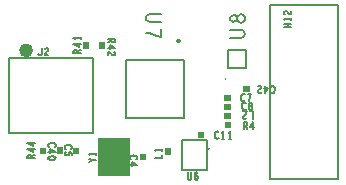
<source format=gto>
G04 ================== begin FILE IDENTIFICATION RECORD ==================*
G04 Layout Name:  ETDS_PCB_AN_EXTENDED.brd*
G04 Film Name:    SILKSCREEN_TOP*
G04 File Format:  Gerber RS274X*
G04 File Origin:  Cadence Allegro 16.6-S034*
G04 Origin Date:  Mon Dec 15 16:35:35 2014*
G04 *
G04 Layer:  REF DES/SILKSCREEN_TOP*
G04 Layer:  PACKAGE GEOMETRY/SILKSCREEN_TOP*
G04 Layer:  BOARD GEOMETRY/SILKSCREEN_TOP*
G04 *
G04 Offset:    (0.00 0.00)*
G04 Mirror:    No*
G04 Mode:      Positive*
G04 Rotation:  0*
G04 FullContactRelief:  No*
G04 UndefLineWidth:     5.00*
G04 ================== end FILE IDENTIFICATION RECORD ====================*
%FSLAX25Y25*MOIN*%
%IR0*IPPOS*OFA0.00000B0.00000*MIA0B0*SFA1.00000B1.00000*%
%ADD10C,.005*%
G75*
%LPD*%
G75*
G36*
G01X769300Y1665500D02*
X767300D01*
Y1663300D01*
X769300D01*
Y1665500D01*
G37*
G36*
G01X761600Y1663200D02*
X763600D01*
Y1665400D01*
X761600D01*
Y1663200D01*
G37*
G36*
G01X759441Y1697800D02*
G03I-2341J0D01*
G37*
G36*
G01X781100Y1656000D02*
X791800D01*
Y1668600D01*
X781100D01*
Y1656000D01*
G37*
G36*
G01X774800Y1665300D02*
X772800D01*
Y1663100D01*
X774800D01*
Y1665300D01*
G37*
G36*
G01X776200Y1698300D02*
X778200D01*
Y1700500D01*
X776200D01*
Y1698300D01*
G37*
G36*
G01X783300Y1700500D02*
X781300D01*
Y1698300D01*
X783300D01*
Y1700500D01*
G37*
G36*
G01X797000Y1663400D02*
X795000D01*
Y1661200D01*
X797000D01*
Y1663400D01*
G37*
G36*
G01X803350Y1663000D02*
X805350D01*
Y1665200D01*
X803350D01*
Y1663000D01*
G37*
G36*
G01X814250Y1670550D02*
Y1668550D01*
X816450D01*
Y1670550D01*
X814250D01*
G37*
G36*
G01X808706Y1700900D02*
G03I-806J0D01*
G37*
G36*
G01X818397Y1664950D02*
G03I-447J0D01*
G37*
G36*
G01X823200Y1680000D02*
Y1678000D01*
X825400D01*
Y1680000D01*
X823200D01*
G37*
G36*
G01X823050Y1682850D02*
Y1680850D01*
X825250D01*
Y1682850D01*
X823050D01*
G37*
G36*
G01X823250Y1673800D02*
Y1671800D01*
X825450D01*
Y1673800D01*
X823250D01*
G37*
G36*
G01X825350Y1675050D02*
Y1677050D01*
X823150D01*
Y1675050D01*
X825350D01*
G37*
G36*
G01X831750Y1683850D02*
Y1685850D01*
X829550D01*
Y1683850D01*
X831750D01*
G37*
G36*
G01X823961Y1688350D02*
G03I-361J0D01*
G37*
G54D10*
G01X779300Y1670300D02*
Y1695200D01*
Y1695300D01*
X779200D01*
X751400D01*
Y1670300D01*
X779300D01*
G01X772192Y1665013D02*
X772317Y1665173D01*
X772400Y1665360D01*
Y1665573D01*
X772275Y1665813D01*
X772067Y1666000D01*
X771817Y1666133D01*
X771400Y1666240D01*
X771025Y1666267D01*
X770650Y1666213D01*
X770400Y1666133D01*
X770150Y1665973D01*
X769983Y1665787D01*
X769900Y1665600D01*
Y1665413D01*
X769983Y1665227D01*
X770108Y1665067D01*
X770275Y1664933D01*
G01Y1663987D02*
X770067Y1663827D01*
X769942Y1663640D01*
X769900Y1663400D01*
X769983Y1663160D01*
X770150Y1662973D01*
X770442Y1662840D01*
X770775Y1662813D01*
X771108Y1662867D01*
X771317Y1663000D01*
X771483Y1663187D01*
X771525Y1663373D01*
X771483Y1663560D01*
X771317Y1663800D01*
X772400Y1663720D01*
Y1663000D01*
G01X766692Y1665713D02*
X766817Y1665873D01*
X766900Y1666060D01*
Y1666273D01*
X766775Y1666513D01*
X766567Y1666700D01*
X766317Y1666833D01*
X765900Y1666940D01*
X765525Y1666967D01*
X765150Y1666913D01*
X764900Y1666833D01*
X764650Y1666673D01*
X764483Y1666487D01*
X764400Y1666300D01*
Y1666113D01*
X764483Y1665927D01*
X764608Y1665767D01*
X764775Y1665633D01*
G01X764400Y1663780D02*
X766900D01*
X765108Y1664767D01*
Y1663433D01*
G01X766900Y1661900D02*
X766817Y1662113D01*
X766608Y1662273D01*
X766358Y1662380D01*
X766025Y1662460D01*
X765650Y1662487D01*
X765275Y1662460D01*
X764942Y1662380D01*
X764692Y1662273D01*
X764483Y1662113D01*
X764400Y1661900D01*
X764483Y1661687D01*
X764692Y1661527D01*
X764942Y1661420D01*
X765275Y1661340D01*
X765650Y1661313D01*
X766025Y1661340D01*
X766358Y1661420D01*
X766608Y1661527D01*
X766817Y1661687D01*
X766900Y1661900D01*
G01X760000Y1661767D02*
X757500D01*
Y1662433D01*
X757625Y1662647D01*
X757792Y1662780D01*
X758125Y1662833D01*
X758458Y1662780D01*
X758667Y1662620D01*
X758792Y1662433D01*
Y1661767D01*
G01Y1662433D02*
X760000Y1662833D01*
G01Y1664820D02*
X757500D01*
X759292Y1663833D01*
Y1665167D01*
G01X760000Y1667020D02*
X757500D01*
X759292Y1666033D01*
Y1667367D01*
G01X761217Y1696700D02*
X761350Y1696450D01*
X761510Y1696283D01*
X761697Y1696200D01*
X761910Y1696283D01*
X762070Y1696450D01*
X762230Y1696700D01*
X762283Y1697033D01*
Y1698700D01*
G01X763443Y1698283D02*
X763603Y1698533D01*
X763790Y1698658D01*
X764003Y1698700D01*
X764270Y1698617D01*
X764457Y1698408D01*
X764510Y1698158D01*
X764483Y1697908D01*
X764377Y1697700D01*
X763843Y1697283D01*
X763603Y1696992D01*
X763443Y1696575D01*
X763390Y1696200D01*
X764510D01*
G01X780400Y1661200D02*
X779275D01*
X777900Y1660667D01*
G01Y1661733D02*
X779275Y1661200D01*
G01X780400Y1663400D02*
X777900D01*
X778400Y1663080D01*
G01X780400D02*
Y1663720D01*
G01X775300Y1696867D02*
X772800D01*
Y1697533D01*
X772925Y1697747D01*
X773092Y1697880D01*
X773425Y1697933D01*
X773758Y1697880D01*
X773967Y1697720D01*
X774092Y1697533D01*
Y1696867D01*
G01Y1697533D02*
X775300Y1697933D01*
G01Y1699920D02*
X772800D01*
X774592Y1698933D01*
Y1700267D01*
G01X775300Y1701800D02*
X772800D01*
X773300Y1701480D01*
G01X775300D02*
Y1702120D01*
G01X784300Y1701633D02*
X786800D01*
Y1700967D01*
X786675Y1700753D01*
X786508Y1700620D01*
X786175Y1700567D01*
X785842Y1700620D01*
X785633Y1700780D01*
X785508Y1700967D01*
Y1701633D01*
G01Y1700967D02*
X784300Y1700567D01*
G01Y1698580D02*
X786800D01*
X785008Y1699567D01*
Y1698233D01*
G01X786383Y1697207D02*
X786633Y1697047D01*
X786758Y1696860D01*
X786800Y1696647D01*
X786717Y1696380D01*
X786508Y1696193D01*
X786258Y1696140D01*
X786008Y1696167D01*
X785800Y1696273D01*
X785383Y1696807D01*
X785092Y1697047D01*
X784675Y1697207D01*
X784300Y1697260D01*
Y1696140D01*
G01X793892Y1661513D02*
X794017Y1661673D01*
X794100Y1661860D01*
Y1662073D01*
X793975Y1662313D01*
X793767Y1662500D01*
X793517Y1662633D01*
X793100Y1662740D01*
X792725Y1662767D01*
X792350Y1662713D01*
X792100Y1662633D01*
X791850Y1662473D01*
X791683Y1662287D01*
X791600Y1662100D01*
Y1661913D01*
X791683Y1661727D01*
X791808Y1661567D01*
X791975Y1661433D01*
G01X791600Y1659580D02*
X794100D01*
X792308Y1660567D01*
Y1659233D01*
G01X800050Y1661967D02*
X802550D01*
Y1663033D01*
G01Y1664700D02*
X800050D01*
X800550Y1664380D01*
G01X802550D02*
Y1665020D01*
G01X790350Y1694650D02*
Y1675350D01*
X809650D01*
Y1694650D01*
X790350D01*
G01X801900Y1709993D02*
X798317D01*
X797567Y1709740D01*
X797067Y1709233D01*
X796900Y1708600D01*
X797067Y1707967D01*
X797567Y1707460D01*
X798317Y1707207D01*
X801900D01*
G01X796900Y1703627D02*
X797983Y1703500D01*
X798900Y1703310D01*
X799733Y1703057D01*
X800650Y1702740D01*
X801900Y1702233D01*
Y1704767D01*
G01X810963Y1657150D02*
Y1655358D01*
X811070Y1654983D01*
X811283Y1654733D01*
X811550Y1654650D01*
X811817Y1654733D01*
X812030Y1654983D01*
X812137Y1655358D01*
Y1657150D01*
G01X813243Y1655692D02*
X813430Y1655983D01*
X813590Y1656150D01*
X813803Y1656233D01*
X813990Y1656150D01*
X814123Y1655983D01*
X814230Y1655733D01*
X814257Y1655442D01*
X814230Y1655192D01*
X814123Y1654942D01*
X813963Y1654733D01*
X813777Y1654650D01*
X813563Y1654733D01*
X813377Y1654983D01*
X813270Y1655358D01*
X813243Y1655775D01*
X813297Y1656317D01*
X813377Y1656608D01*
X813510Y1656900D01*
X813697Y1657108D01*
X813883Y1657150D01*
X814070Y1657067D01*
X814203Y1656858D01*
G01X808950Y1667850D02*
Y1658050D01*
X817350D01*
Y1667850D01*
X808950D01*
G01X830287Y1680292D02*
X830127Y1680417D01*
X829940Y1680500D01*
X829727D01*
X829487Y1680375D01*
X829300Y1680167D01*
X829167Y1679917D01*
X829060Y1679500D01*
X829033Y1679125D01*
X829087Y1678750D01*
X829167Y1678500D01*
X829327Y1678250D01*
X829513Y1678083D01*
X829700Y1678000D01*
X829887D01*
X830073Y1678083D01*
X830233Y1678208D01*
X830367Y1678375D01*
G01X831900Y1678000D02*
X832087Y1678042D01*
X832300Y1678167D01*
X832433Y1678375D01*
X832487Y1678667D01*
X832433Y1678958D01*
X832273Y1679208D01*
X832033Y1679333D01*
X831767D01*
X831607Y1679417D01*
X831473Y1679625D01*
X831420Y1679917D01*
X831500Y1680208D01*
X831687Y1680417D01*
X831900Y1680500D01*
X832113Y1680417D01*
X832300Y1680208D01*
X832380Y1679917D01*
X832327Y1679625D01*
X832193Y1679417D01*
X832033Y1679333D01*
X831767D01*
X831527Y1679208D01*
X831367Y1678958D01*
X831313Y1678667D01*
X831367Y1678375D01*
X831500Y1678167D01*
X831713Y1678042D01*
X831900Y1678000D01*
G01X829937Y1683142D02*
X829777Y1683267D01*
X829590Y1683350D01*
X829377D01*
X829137Y1683225D01*
X828950Y1683017D01*
X828817Y1682767D01*
X828710Y1682350D01*
X828683Y1681975D01*
X828737Y1681600D01*
X828817Y1681350D01*
X828977Y1681100D01*
X829163Y1680933D01*
X829350Y1680850D01*
X829537D01*
X829723Y1680933D01*
X829883Y1681058D01*
X830017Y1681225D01*
G01X831497Y1680850D02*
X831550Y1681392D01*
X831630Y1681850D01*
X831737Y1682267D01*
X831870Y1682725D01*
X832083Y1683350D01*
X831017D01*
G01X821187Y1670642D02*
X821027Y1670767D01*
X820840Y1670850D01*
X820627D01*
X820387Y1670725D01*
X820200Y1670517D01*
X820067Y1670267D01*
X819960Y1669850D01*
X819933Y1669475D01*
X819987Y1669100D01*
X820067Y1668850D01*
X820227Y1668600D01*
X820413Y1668433D01*
X820600Y1668350D01*
X820787D01*
X820973Y1668433D01*
X821133Y1668558D01*
X821267Y1668725D01*
G01X822800Y1668350D02*
Y1670850D01*
X822480Y1670350D01*
G01Y1668350D02*
X823120D01*
G01X825000D02*
Y1670850D01*
X824680Y1670350D01*
G01Y1668350D02*
X825320D01*
G01X829767Y1671550D02*
Y1674050D01*
X830433D01*
X830647Y1673925D01*
X830780Y1673758D01*
X830833Y1673425D01*
X830780Y1673092D01*
X830620Y1672883D01*
X830433Y1672758D01*
X829767D01*
G01X830433D02*
X830833Y1671550D01*
G01X832820D02*
Y1674050D01*
X831833Y1672258D01*
X833167D01*
G01X832783Y1674950D02*
Y1677450D01*
X831717D01*
G01X830557Y1675367D02*
X830397Y1675117D01*
X830210Y1674992D01*
X829997Y1674950D01*
X829730Y1675033D01*
X829543Y1675242D01*
X829490Y1675492D01*
X829517Y1675742D01*
X829623Y1675950D01*
X830157Y1676367D01*
X830397Y1676658D01*
X830557Y1677075D01*
X830610Y1677450D01*
X829490D01*
G01X830500Y1691950D02*
Y1697950D01*
X824500D01*
Y1691950D01*
X830500D01*
G01X825050Y1701957D02*
X828633D01*
X829383Y1702210D01*
X829883Y1702717D01*
X830050Y1703350D01*
X829883Y1703983D01*
X829383Y1704490D01*
X828633Y1704743D01*
X825050D01*
G01X830050Y1708450D02*
X829967Y1708893D01*
X829717Y1709400D01*
X829300Y1709717D01*
X828717Y1709843D01*
X828133Y1709717D01*
X827633Y1709337D01*
X827383Y1708767D01*
Y1708133D01*
X827217Y1707753D01*
X826800Y1707437D01*
X826217Y1707310D01*
X825633Y1707500D01*
X825217Y1707943D01*
X825050Y1708450D01*
X825217Y1708957D01*
X825633Y1709400D01*
X826217Y1709590D01*
X826800Y1709463D01*
X827217Y1709147D01*
X827383Y1708767D01*
Y1708133D01*
X827633Y1707563D01*
X828133Y1707183D01*
X828717Y1707057D01*
X829300Y1707183D01*
X829717Y1707500D01*
X829967Y1708007D01*
X830050Y1708450D01*
G01X860950Y1654900D02*
X838250D01*
Y1713000D01*
X860950D01*
Y1654900D01*
G01X838763Y1683708D02*
X838923Y1683583D01*
X839110Y1683500D01*
X839323D01*
X839563Y1683625D01*
X839750Y1683833D01*
X839883Y1684083D01*
X839990Y1684500D01*
X840017Y1684875D01*
X839963Y1685250D01*
X839883Y1685500D01*
X839723Y1685750D01*
X839537Y1685917D01*
X839350Y1686000D01*
X839163D01*
X838977Y1685917D01*
X838817Y1685792D01*
X838683Y1685625D01*
G01X836830Y1686000D02*
Y1683500D01*
X837817Y1685292D01*
X836483D01*
G01X835457Y1683917D02*
X835297Y1683667D01*
X835110Y1683542D01*
X834897Y1683500D01*
X834630Y1683583D01*
X834443Y1683792D01*
X834390Y1684042D01*
X834417Y1684292D01*
X834523Y1684500D01*
X835057Y1684917D01*
X835297Y1685208D01*
X835457Y1685625D01*
X835510Y1686000D01*
X834390D01*
G01X845550Y1705440D02*
X843050D01*
G01Y1706560D02*
X845550D01*
G01X844300D02*
Y1705440D01*
G01X845550Y1708200D02*
X843050D01*
X843550Y1707880D01*
G01X845550D02*
Y1708520D01*
G01X843467Y1709893D02*
X843217Y1710053D01*
X843092Y1710240D01*
X843050Y1710453D01*
X843133Y1710720D01*
X843342Y1710907D01*
X843592Y1710960D01*
X843842Y1710933D01*
X844050Y1710827D01*
X844467Y1710293D01*
X844758Y1710053D01*
X845175Y1709893D01*
X845550Y1709840D01*
Y1710960D01*
M02*

</source>
